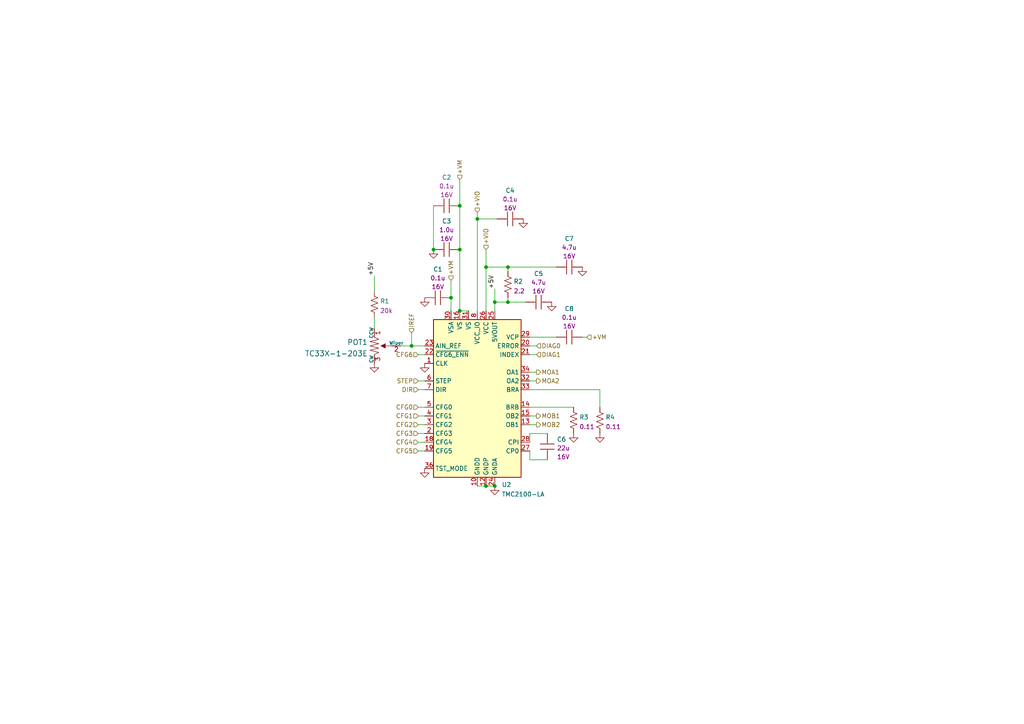
<source format=kicad_sch>
(kicad_sch (version 20211123) (generator eeschema)

  (uuid fa0b1c45-4855-4d89-b307-57acc62c930a)

  (paper "A4")

  (lib_symbols
    (symbol "Driver_Motor:TMC2100-LA" (in_bom yes) (on_board yes)
      (property "Reference" "U" (id 0) (at -11.43 24.13 0)
        (effects (font (size 1.27 1.27)))
      )
      (property "Value" "TMC2100-LA" (id 1) (at 8.89 24.13 0)
        (effects (font (size 1.27 1.27)) (justify left))
      )
      (property "Footprint" "Package_DFN_QFN:QFN-36-1EP_5x6mm_P0.5mm_EP3.6x4.1mm_ThermalVias" (id 2) (at -5.08 -27.94 0)
        (effects (font (size 1.27 1.27)) hide)
      )
      (property "Datasheet" "https://www.trinamic.com/fileadmin/assets/Products/ICs_Documents/TMC2100_datasheet_Rev1.08.pdf" (id 3) (at -29.21 26.67 0)
        (effects (font (size 1.27 1.27)) hide)
      )
      (property "ki_keywords" "Driver stepper motor" (id 4) (at 0 0 0)
        (effects (font (size 1.27 1.27)) hide)
      )
      (property "ki_description" "Standalone driver for two-phase bipolar stepper motor, 2.0A, 4.75-46V, QFN-36" (id 5) (at 0 0 0)
        (effects (font (size 1.27 1.27)) hide)
      )
      (property "ki_fp_filters" "QFN*1EP*5x6mm*P0.5mm*" (id 6) (at 0 0 0)
        (effects (font (size 1.27 1.27)) hide)
      )
      (symbol "TMC2100-LA_0_1"
        (rectangle (start -12.7 22.86) (end 12.7 -22.86)
          (stroke (width 0.254) (type default) (color 0 0 0 0))
          (fill (type background))
        )
      )
      (symbol "TMC2100-LA_1_1"
        (pin input line (at -15.24 10.16 0) (length 2.54)
          (name "CLK" (effects (font (size 1.27 1.27))))
          (number "1" (effects (font (size 1.27 1.27))))
        )
        (pin power_in line (at 0 -25.4 90) (length 2.54)
          (name "GNDD" (effects (font (size 1.27 1.27))))
          (number "10" (effects (font (size 1.27 1.27))))
        )
        (pin passive line (at 0 -25.4 90) (length 2.54) hide
          (name "GNDD" (effects (font (size 1.27 1.27))))
          (number "11" (effects (font (size 1.27 1.27))))
        )
        (pin power_in line (at 2.54 -25.4 90) (length 2.54)
          (name "GNDP" (effects (font (size 1.27 1.27))))
          (number "12" (effects (font (size 1.27 1.27))))
        )
        (pin output line (at 15.24 -7.62 180) (length 2.54)
          (name "OB1" (effects (font (size 1.27 1.27))))
          (number "13" (effects (font (size 1.27 1.27))))
        )
        (pin passive line (at 15.24 -2.54 180) (length 2.54)
          (name "BRB" (effects (font (size 1.27 1.27))))
          (number "14" (effects (font (size 1.27 1.27))))
        )
        (pin output line (at 15.24 -5.08 180) (length 2.54)
          (name "OB2" (effects (font (size 1.27 1.27))))
          (number "15" (effects (font (size 1.27 1.27))))
        )
        (pin power_in line (at -5.08 25.4 270) (length 2.54)
          (name "VS" (effects (font (size 1.27 1.27))))
          (number "16" (effects (font (size 1.27 1.27))))
        )
        (pin no_connect line (at 12.7 10.16 180) (length 2.54) hide
          (name "DNC" (effects (font (size 1.27 1.27))))
          (number "17" (effects (font (size 1.27 1.27))))
        )
        (pin input line (at -15.24 -12.7 0) (length 2.54)
          (name "CFG4" (effects (font (size 1.27 1.27))))
          (number "18" (effects (font (size 1.27 1.27))))
        )
        (pin input line (at -15.24 -15.24 0) (length 2.54)
          (name "CFG5" (effects (font (size 1.27 1.27))))
          (number "19" (effects (font (size 1.27 1.27))))
        )
        (pin input line (at -15.24 -10.16 0) (length 2.54)
          (name "CFG3" (effects (font (size 1.27 1.27))))
          (number "2" (effects (font (size 1.27 1.27))))
        )
        (pin open_collector line (at 15.24 15.24 180) (length 2.54)
          (name "ERROR" (effects (font (size 1.27 1.27))))
          (number "20" (effects (font (size 1.27 1.27))))
        )
        (pin open_collector line (at 15.24 12.7 180) (length 2.54)
          (name "INDEX" (effects (font (size 1.27 1.27))))
          (number "21" (effects (font (size 1.27 1.27))))
        )
        (pin input line (at -15.24 12.7 0) (length 2.54)
          (name "~{CFG6_ENN}" (effects (font (size 1.27 1.27))))
          (number "22" (effects (font (size 1.27 1.27))))
        )
        (pin input line (at -15.24 15.24 0) (length 2.54)
          (name "AIN_REF" (effects (font (size 1.27 1.27))))
          (number "23" (effects (font (size 1.27 1.27))))
        )
        (pin power_in line (at 5.08 -25.4 90) (length 2.54)
          (name "GNDA" (effects (font (size 1.27 1.27))))
          (number "24" (effects (font (size 1.27 1.27))))
        )
        (pin power_out line (at 5.08 25.4 270) (length 2.54)
          (name "5VOUT" (effects (font (size 1.27 1.27))))
          (number "25" (effects (font (size 1.27 1.27))))
        )
        (pin power_in line (at 2.54 25.4 270) (length 2.54)
          (name "VCC" (effects (font (size 1.27 1.27))))
          (number "26" (effects (font (size 1.27 1.27))))
        )
        (pin passive line (at 15.24 -15.24 180) (length 2.54)
          (name "CP0" (effects (font (size 1.27 1.27))))
          (number "27" (effects (font (size 1.27 1.27))))
        )
        (pin passive line (at 15.24 -12.7 180) (length 2.54)
          (name "CPI" (effects (font (size 1.27 1.27))))
          (number "28" (effects (font (size 1.27 1.27))))
        )
        (pin passive line (at 15.24 17.78 180) (length 2.54)
          (name "VCP" (effects (font (size 1.27 1.27))))
          (number "29" (effects (font (size 1.27 1.27))))
        )
        (pin input line (at -15.24 -7.62 0) (length 2.54)
          (name "CFG2" (effects (font (size 1.27 1.27))))
          (number "3" (effects (font (size 1.27 1.27))))
        )
        (pin power_in line (at -7.62 25.4 270) (length 2.54)
          (name "VSA" (effects (font (size 1.27 1.27))))
          (number "30" (effects (font (size 1.27 1.27))))
        )
        (pin power_in line (at -2.54 25.4 270) (length 2.54)
          (name "VS" (effects (font (size 1.27 1.27))))
          (number "31" (effects (font (size 1.27 1.27))))
        )
        (pin output line (at 15.24 5.08 180) (length 2.54)
          (name "OA2" (effects (font (size 1.27 1.27))))
          (number "32" (effects (font (size 1.27 1.27))))
        )
        (pin passive line (at 15.24 2.54 180) (length 2.54)
          (name "BRA" (effects (font (size 1.27 1.27))))
          (number "33" (effects (font (size 1.27 1.27))))
        )
        (pin output line (at 15.24 7.62 180) (length 2.54)
          (name "OA1" (effects (font (size 1.27 1.27))))
          (number "34" (effects (font (size 1.27 1.27))))
        )
        (pin passive line (at 2.54 -25.4 90) (length 2.54) hide
          (name "GNDP" (effects (font (size 1.27 1.27))))
          (number "35" (effects (font (size 1.27 1.27))))
        )
        (pin input line (at -15.24 -20.32 0) (length 2.54)
          (name "TST_MODE" (effects (font (size 1.27 1.27))))
          (number "36" (effects (font (size 1.27 1.27))))
        )
        (pin passive line (at 0 -25.4 90) (length 2.54) hide
          (name "GNDD" (effects (font (size 1.27 1.27))))
          (number "37" (effects (font (size 1.27 1.27))))
        )
        (pin input line (at -15.24 -5.08 0) (length 2.54)
          (name "CFG1" (effects (font (size 1.27 1.27))))
          (number "4" (effects (font (size 1.27 1.27))))
        )
        (pin input line (at -15.24 -2.54 0) (length 2.54)
          (name "CFG0" (effects (font (size 1.27 1.27))))
          (number "5" (effects (font (size 1.27 1.27))))
        )
        (pin input line (at -15.24 5.08 0) (length 2.54)
          (name "STEP" (effects (font (size 1.27 1.27))))
          (number "6" (effects (font (size 1.27 1.27))))
        )
        (pin input line (at -15.24 2.54 0) (length 2.54)
          (name "DIR" (effects (font (size 1.27 1.27))))
          (number "7" (effects (font (size 1.27 1.27))))
        )
        (pin power_in line (at 0 25.4 270) (length 2.54)
          (name "VCC_IO" (effects (font (size 1.27 1.27))))
          (number "8" (effects (font (size 1.27 1.27))))
        )
        (pin no_connect line (at 12.7 0 180) (length 2.54) hide
          (name "DNC" (effects (font (size 1.27 1.27))))
          (number "9" (effects (font (size 1.27 1.27))))
        )
      )
    )
    (symbol "dk_Trimmer-Potentiometers:TC33X-1-203E" (pin_names (offset 0)) (in_bom yes) (on_board yes)
      (property "Reference" "POT" (id 0) (at -5.334 4.318 0)
        (effects (font (size 1.524 1.524)))
      )
      (property "Value" "TC33X-1-203E" (id 1) (at 0.254 -2.794 0)
        (effects (font (size 1.524 1.524)))
      )
      (property "Footprint" "digikey-footprints:Trimpot_3.8mmx3.6mm_TC33X-2-103E" (id 2) (at 5.08 5.08 0)
        (effects (font (size 1.524 1.524)) (justify left) hide)
      )
      (property "Datasheet" "https://www.bourns.com/docs/Product-Datasheets/TC33.pdf" (id 3) (at 5.08 7.62 0)
        (effects (font (size 1.524 1.524)) (justify left) hide)
      )
      (property "Digi-Key_PN" "TC33X-1-203E" (id 4) (at 5.08 10.16 0)
        (effects (font (size 1.524 1.524)) (justify left) hide)
      )
      (property "MPN" "TC33X-1-203E" (id 5) (at 5.08 12.7 0)
        (effects (font (size 1.524 1.524)) (justify left) hide)
      )
      (property "Category" "Potentiometers, Variable Resistors" (id 6) (at 5.08 15.24 0)
        (effects (font (size 1.524 1.524)) (justify left) hide)
      )
      (property "Family" "Trimmer Potentiometers" (id 7) (at 5.08 17.78 0)
        (effects (font (size 1.524 1.524)) (justify left) hide)
      )
      (property "DK_Datasheet_Link" "https://www.bourns.com/docs/Product-Datasheets/TC33.pdf" (id 8) (at 5.08 20.32 0)
        (effects (font (size 1.524 1.524)) (justify left) hide)
      )
      (property "DK_Detail_Page" "/product-detail/en/bourns-inc/TC33X-2-103E/TC33X-103ETR-ND/612858" (id 9) (at 5.08 22.86 0)
        (effects (font (size 1.524 1.524)) (justify left) hide)
      )
      (property "Description" "TRIMMER 10K OHM 0.1W J LEAD TOP" (id 10) (at 5.08 25.4 0)
        (effects (font (size 1.524 1.524)) (justify left) hide)
      )
      (property "Manufacturer" "Bourns Inc." (id 11) (at 5.08 27.94 0)
        (effects (font (size 1.524 1.524)) (justify left) hide)
      )
      (property "Status" "Active" (id 12) (at 5.08 30.48 0)
        (effects (font (size 1.524 1.524)) (justify left) hide)
      )
      (property "ki_description" "TRIMMER 20K OHM 0.1W J LEAD TOP" (id 13) (at 0 0 0)
        (effects (font (size 1.27 1.27)) hide)
      )
      (symbol "TC33X-1-203E_0_1"
        (polyline
          (pts
            (xy 0 5.08)
            (xy 0 3.175)
          )
          (stroke (width 0) (type default) (color 0 0 0 0))
          (fill (type none))
        )
        (polyline
          (pts
            (xy -0.635 3.175)
            (xy 0.635 3.175)
            (xy 0 1.905)
            (xy -0.635 3.175)
          )
          (stroke (width 0) (type default) (color 0 0 0 0))
          (fill (type outline))
        )
        (polyline
          (pts
            (xy -2.54 0)
            (xy -1.905 1.27)
            (xy -1.27 -1.27)
            (xy -0.635 1.27)
            (xy 0 -1.27)
            (xy 0.635 1.27)
            (xy 1.27 -1.27)
            (xy 1.905 1.27)
            (xy 2.54 0)
          )
          (stroke (width 0) (type default) (color 0 0 0 0))
          (fill (type none))
        )
      )
      (symbol "TC33X-1-203E_1_1"
        (pin passive line (at -5.08 0 0) (length 2.54)
          (name "CCW" (effects (font (size 1.016 1.016))))
          (number "1" (effects (font (size 1.27 1.27))))
        )
        (pin passive line (at 0 7.62 270) (length 2.54)
          (name "Wiper" (effects (font (size 1.016 1.016))))
          (number "2" (effects (font (size 1.27 1.27))))
        )
        (pin passive line (at 5.08 0 180) (length 2.54)
          (name "CW" (effects (font (size 1.016 1.016))))
          (number "3" (effects (font (size 1.27 1.27))))
        )
      )
    )
    (symbol "ekd_resistors_smd:CRGCQ0603J2R2" (pin_numbers hide) (pin_names (offset 1.016)) (in_bom yes) (on_board yes)
      (property "Reference" "R" (id 0) (at 0 -0.381 0)
        (effects (font (size 1.27 1.27)))
      )
      (property "Value" "CRGCQ0603J2R2" (id 1) (at 13.208 -6.604 0)
        (effects (font (size 1.27 1.27)) hide)
      )
      (property "Footprint" "Resistor_SMD:R_0603_1608Metric" (id 2) (at 17.272 -4.064 0)
        (effects (font (size 1.27 1.27)) hide)
      )
      (property "Datasheet" "https://www.te.com/commerce/DocumentDelivery/DDEController?Action=srchrtrv&DocNm=1773204-3&DocType=DS&DocLang=English" (id 3) (at 0 0 0)
        (effects (font (size 1.27 1.27)) hide)
      )
      (property "Resistance" "2.2" (id 4) (at 4.064 -11.176 0)
        (effects (font (size 1.27 1.27)))
      )
      (property "Power Rating" "1/10W" (id 5) (at 9.144 -8.89 0)
        (effects (font (size 1.27 1.27)) hide)
      )
      (symbol "CRGCQ0603J2R2_1_1"
        (polyline
          (pts
            (xy 0 -13.716)
            (xy 0 -13.97)
          )
          (stroke (width 0) (type default) (color 0 0 0 0))
          (fill (type none))
        )
        (polyline
          (pts
            (xy 0 -9.144)
            (xy 0 -8.89)
          )
          (stroke (width 0) (type default) (color 0 0 0 0))
          (fill (type none))
        )
        (polyline
          (pts
            (xy 0 -12.192)
            (xy 1.016 -12.573)
            (xy 0 -12.954)
            (xy -1.016 -13.335)
            (xy 0 -13.716)
          )
          (stroke (width 0) (type default) (color 0 0 0 0))
          (fill (type none))
        )
        (polyline
          (pts
            (xy 0 -10.668)
            (xy 1.016 -11.049)
            (xy 0 -11.43)
            (xy -1.016 -11.811)
            (xy 0 -12.192)
          )
          (stroke (width 0) (type default) (color 0 0 0 0))
          (fill (type none))
        )
        (polyline
          (pts
            (xy 0 -9.144)
            (xy 1.016 -9.525)
            (xy 0 -9.906)
            (xy -1.016 -10.287)
            (xy 0 -10.668)
          )
          (stroke (width 0) (type default) (color 0 0 0 0))
          (fill (type none))
        )
        (pin passive line (at 0 -7.62 270) (length 1.27)
          (name "~" (effects (font (size 1.27 1.27))))
          (number "1" (effects (font (size 1.27 1.27))))
        )
        (pin passive line (at 0 -15.24 90) (length 1.27)
          (name "~" (effects (font (size 1.27 1.27))))
          (number "2" (effects (font (size 1.27 1.27))))
        )
      )
    )
    (symbol "ekd_resistors_smd:RL1220S-R11-F" (pin_numbers hide) (pin_names (offset 1.016)) (in_bom yes) (on_board yes)
      (property "Reference" "R" (id 0) (at 0 -0.381 0)
        (effects (font (size 1.27 1.27)))
      )
      (property "Value" "RL1220S-R11-F" (id 1) (at 13.208 -6.604 0)
        (effects (font (size 1.27 1.27)) hide)
      )
      (property "Footprint" "ekd_resistors_smd:0402" (id 2) (at 17.272 -4.064 0)
        (effects (font (size 1.27 1.27)) hide)
      )
      (property "Datasheet" "https://www.susumu.co.jp/common/pdf/n_catalog_partition08_en.pdf" (id 3) (at 0 0 0)
        (effects (font (size 1.27 1.27)) hide)
      )
      (property "Resistance" "0.11" (id 4) (at 4.064 -11.176 0)
        (effects (font (size 1.27 1.27)))
      )
      (property "Power Rating" "1/3W" (id 5) (at 9.144 -8.89 0)
        (effects (font (size 1.27 1.27)) hide)
      )
      (symbol "RL1220S-R11-F_1_1"
        (polyline
          (pts
            (xy 0 -13.716)
            (xy 0 -13.97)
          )
          (stroke (width 0) (type default) (color 0 0 0 0))
          (fill (type none))
        )
        (polyline
          (pts
            (xy 0 -9.144)
            (xy 0 -8.89)
          )
          (stroke (width 0) (type default) (color 0 0 0 0))
          (fill (type none))
        )
        (polyline
          (pts
            (xy 0 -12.192)
            (xy 1.016 -12.573)
            (xy 0 -12.954)
            (xy -1.016 -13.335)
            (xy 0 -13.716)
          )
          (stroke (width 0) (type default) (color 0 0 0 0))
          (fill (type none))
        )
        (polyline
          (pts
            (xy 0 -10.668)
            (xy 1.016 -11.049)
            (xy 0 -11.43)
            (xy -1.016 -11.811)
            (xy 0 -12.192)
          )
          (stroke (width 0) (type default) (color 0 0 0 0))
          (fill (type none))
        )
        (polyline
          (pts
            (xy 0 -9.144)
            (xy 1.016 -9.525)
            (xy 0 -9.906)
            (xy -1.016 -10.287)
            (xy 0 -10.668)
          )
          (stroke (width 0) (type default) (color 0 0 0 0))
          (fill (type none))
        )
        (pin passive line (at 0 -7.62 270) (length 1.27)
          (name "~" (effects (font (size 1.27 1.27))))
          (number "1" (effects (font (size 1.27 1.27))))
        )
        (pin passive line (at 0 -15.24 90) (length 1.27)
          (name "~" (effects (font (size 1.27 1.27))))
          (number "2" (effects (font (size 1.27 1.27))))
        )
      )
    )
    (symbol "mw_ceramic_caps:CL05A105MO5NNNC" (pin_numbers hide) (pin_names (offset 0.254)) (in_bom yes) (on_board yes)
      (property "Reference" "C" (id 0) (at 3.81 3.81 0)
        (effects (font (size 1.27 1.27)) (justify left))
      )
      (property "Value" "CL05A105MO5NNNC" (id 1) (at 3.81 -12.7 0)
        (effects (font (size 1.27 1.27)) (justify left) hide)
      )
      (property "Footprint" "Capacitor_SMD:C_0402_1005Metric" (id 2) (at 3.81 -15.24 0)
        (effects (font (size 1.27 1.27)) (justify left) hide)
      )
      (property "Datasheet" "~" (id 3) (at 0.635 2.54 0)
        (effects (font (size 1.27 1.27)) hide)
      )
      (property "Part Number" "CL05A105MO5NNNC" (id 4) (at 3.81 -17.78 0)
        (effects (font (size 1.27 1.27)) (justify left) hide)
      )
      (property "Capacitance" "1.0u" (id 5) (at 3.81 1.27 0)
        (effects (font (size 1.27 1.27)) (justify left))
      )
      (property "Digikey Part Number" "1276-1447-1-ND" (id 6) (at 3.81 -20.32 0)
        (effects (font (size 1.27 1.27)) (justify left) hide)
      )
      (property "Class" "X5R" (id 7) (at 3.81 -10.16 0)
        (effects (font (size 1.27 1.27)) (justify left) hide)
      )
      (property "Size" "0402" (id 8) (at 3.81 -3.81 0)
        (effects (font (size 1.27 1.27)) (justify left) hide)
      )
      (property "Voltage Rating" "16V" (id 9) (at 3.81 -1.27 0)
        (effects (font (size 1.27 1.27)) (justify left))
      )
      (property "Manufacturer" "Samsung" (id 10) (at 3.81 -22.86 0)
        (effects (font (size 1.27 1.27)) (justify left) hide)
      )
      (property "Cost" "$0.0313 CAD @ 100" (id 11) (at 13.97 -25.4 0)
        (effects (font (size 1.27 1.27)) hide)
      )
      (property "ki_keywords" "cap capacitor ceramic" (id 12) (at 0 0 0)
        (effects (font (size 1.27 1.27)) hide)
      )
      (property "ki_description" "cap 1.0u 16V 0402 ceramic X5R" (id 13) (at 0 0 0)
        (effects (font (size 1.27 1.27)) hide)
      )
      (property "ki_fp_filters" "C_*" (id 14) (at 0 0 0)
        (effects (font (size 1.27 1.27)) hide)
      )
      (symbol "CL05A105MO5NNNC_0_1"
        (polyline
          (pts
            (xy -2.032 -0.762)
            (xy 2.032 -0.762)
          )
          (stroke (width 0.2032) (type default) (color 0 0 0 0))
          (fill (type none))
        )
        (polyline
          (pts
            (xy -2.032 0.762)
            (xy 2.032 0.762)
          )
          (stroke (width 0.2032) (type default) (color 0 0 0 0))
          (fill (type none))
        )
      )
      (symbol "CL05A105MO5NNNC_1_1"
        (pin passive line (at 0 3.81 270) (length 2.794)
          (name "~" (effects (font (size 1.27 1.27))))
          (number "1" (effects (font (size 1.27 1.27))))
        )
        (pin passive line (at 0 -3.81 90) (length 2.794)
          (name "~" (effects (font (size 1.27 1.27))))
          (number "2" (effects (font (size 1.27 1.27))))
        )
      )
    )
    (symbol "mw_ceramic_caps:CL21A226MOCLRNC" (pin_numbers hide) (pin_names (offset 0.254)) (in_bom yes) (on_board yes)
      (property "Reference" "C" (id 0) (at 3.81 1.27 0)
        (effects (font (size 1.27 1.27)) (justify left))
      )
      (property "Value" "CL21A226MOCLRNC" (id 1) (at 3.81 -15.24 0)
        (effects (font (size 1.27 1.27)) (justify left) hide)
      )
      (property "Footprint" "Capacitor_SMD:C_0805_2012Metric" (id 2) (at 3.81 -17.78 0)
        (effects (font (size 1.27 1.27)) (justify left) hide)
      )
      (property "Datasheet" "http://www.samsungsem.com/kr/support/product-search/mlcc/CL21A226MOCLRNC.jsp" (id 3) (at 0.635 2.54 0)
        (effects (font (size 1.27 1.27)) hide)
      )
      (property "Part Number" "CL21A226MOCLRNC" (id 4) (at 12.7 -10.16 0)
        (effects (font (size 1.27 1.27)) hide)
      )
      (property "Digikey Part Number" "1276-6780-1-ND" (id 5) (at 3.81 -20.32 0)
        (effects (font (size 1.27 1.27)) (justify left) hide)
      )
      (property "Manufacturer" "Samsung" (id 6) (at 3.81 -22.86 0)
        (effects (font (size 1.27 1.27)) (justify left) hide)
      )
      (property "Capacitance" "22u" (id 7) (at 3.81 -1.27 0)
        (effects (font (size 1.27 1.27)) (justify left))
      )
      (property "Class" "X5R" (id 8) (at 3.81 -12.7 0)
        (effects (font (size 1.27 1.27)) (justify left) hide)
      )
      (property "Size" "0805" (id 9) (at 3.81 -5.588 0)
        (effects (font (size 1.27 1.27)) (justify left) hide)
      )
      (property "Voltage Rating" "16V" (id 10) (at 3.81 -3.556 0)
        (effects (font (size 1.27 1.27)) (justify left))
      )
      (property "Cost" "$0.303 CAD @ 10" (id 11) (at 12.7 -25.4 0)
        (effects (font (size 1.27 1.27)) hide)
      )
      (property "ki_keywords" "cap capacitor ceramic" (id 12) (at 0 0 0)
        (effects (font (size 1.27 1.27)) hide)
      )
      (property "ki_description" "cap 22u 16V 0805 ceramic X5R" (id 13) (at 0 0 0)
        (effects (font (size 1.27 1.27)) hide)
      )
      (property "ki_fp_filters" "C_*" (id 14) (at 0 0 0)
        (effects (font (size 1.27 1.27)) hide)
      )
      (symbol "CL21A226MOCLRNC_0_1"
        (polyline
          (pts
            (xy -2.032 -0.762)
            (xy 2.032 -0.762)
          )
          (stroke (width 0.2032) (type default) (color 0 0 0 0))
          (fill (type none))
        )
        (polyline
          (pts
            (xy -2.032 0.762)
            (xy 2.032 0.762)
          )
          (stroke (width 0.2032) (type default) (color 0 0 0 0))
          (fill (type none))
        )
      )
      (symbol "CL21A226MOCLRNC_1_1"
        (pin passive line (at 0 3.81 270) (length 2.794)
          (name "~" (effects (font (size 1.27 1.27))))
          (number "1" (effects (font (size 1.27 1.27))))
        )
        (pin passive line (at 0 -3.81 90) (length 2.794)
          (name "~" (effects (font (size 1.27 1.27))))
          (number "2" (effects (font (size 1.27 1.27))))
        )
      )
    )
    (symbol "mw_ceramic_caps:CL21B475KOFNFNE" (pin_numbers hide) (pin_names (offset 0.254)) (in_bom yes) (on_board yes)
      (property "Reference" "C" (id 0) (at 3.81 3.81 0)
        (effects (font (size 1.27 1.27)) (justify left))
      )
      (property "Value" "CL21B475KOFNFNE" (id 1) (at 3.81 -12.7 0)
        (effects (font (size 1.27 1.27)) (justify left) hide)
      )
      (property "Footprint" "Capacitor_SMD:C_0805_2012Metric" (id 2) (at 3.81 -15.24 0)
        (effects (font (size 1.27 1.27)) (justify left) hide)
      )
      (property "Datasheet" "~" (id 3) (at 0.635 2.54 0)
        (effects (font (size 1.27 1.27)) hide)
      )
      (property "Digikey Part Number" "1276-2970-1-ND" (id 4) (at 3.81 -17.78 0)
        (effects (font (size 1.27 1.27)) (justify left) hide)
      )
      (property "Manufacturer" "Samsung" (id 5) (at 3.81 -20.32 0)
        (effects (font (size 1.27 1.27)) (justify left) hide)
      )
      (property "Capacitance" "4.7u" (id 6) (at 3.81 1.27 0)
        (effects (font (size 1.27 1.27)) (justify left))
      )
      (property "Class" "X7R" (id 7) (at 3.81 -10.16 0)
        (effects (font (size 1.27 1.27)) (justify left) hide)
      )
      (property "Size" "0805" (id 8) (at 3.81 -3.81 0)
        (effects (font (size 1.27 1.27)) (justify left) hide)
      )
      (property "Voltage Rating" "16V" (id 9) (at 3.81 -1.27 0)
        (effects (font (size 1.27 1.27)) (justify left))
      )
      (property "Tolerance" "10%" (id 10) (at 3.81 -7.62 0)
        (effects (font (size 1.27 1.27)) (justify left) hide)
      )
      (property "Part Number" "CL21B475KOFNFNE" (id 11) (at 3.81 -22.86 0)
        (effects (font (size 1.27 1.27)) (justify left) hide)
      )
      (property "ki_keywords" "cap capacitor ceramic" (id 12) (at 0 0 0)
        (effects (font (size 1.27 1.27)) hide)
      )
      (property "ki_description" "cap 4.7u 16V 0805 ceramic X7R" (id 13) (at 0 0 0)
        (effects (font (size 1.27 1.27)) hide)
      )
      (property "ki_fp_filters" "C_*" (id 14) (at 0 0 0)
        (effects (font (size 1.27 1.27)) hide)
      )
      (symbol "CL21B475KOFNFNE_0_1"
        (polyline
          (pts
            (xy -2.032 -0.762)
            (xy 2.032 -0.762)
          )
          (stroke (width 0.2032) (type default) (color 0 0 0 0))
          (fill (type none))
        )
        (polyline
          (pts
            (xy -2.032 0.762)
            (xy 2.032 0.762)
          )
          (stroke (width 0.2032) (type default) (color 0 0 0 0))
          (fill (type none))
        )
      )
      (symbol "CL21B475KOFNFNE_1_1"
        (pin passive line (at 0 3.81 270) (length 2.794)
          (name "~" (effects (font (size 1.27 1.27))))
          (number "1" (effects (font (size 1.27 1.27))))
        )
        (pin passive line (at 0 -3.81 90) (length 2.794)
          (name "~" (effects (font (size 1.27 1.27))))
          (number "2" (effects (font (size 1.27 1.27))))
        )
      )
    )
    (symbol "mw_ceramic_caps:GCM155R71C104KA55D" (pin_numbers hide) (pin_names (offset 0.254)) (in_bom yes) (on_board yes)
      (property "Reference" "C" (id 0) (at 3.81 3.81 0)
        (effects (font (size 1.27 1.27)) (justify left))
      )
      (property "Value" "GCM155R71C104KA55D" (id 1) (at 3.81 -12.7 0)
        (effects (font (size 1.27 1.27)) (justify left) hide)
      )
      (property "Footprint" "Capacitor_SMD:C_0402_1005Metric" (id 2) (at 3.81 -15.24 0)
        (effects (font (size 1.27 1.27)) (justify left) hide)
      )
      (property "Datasheet" "~" (id 3) (at 0.635 2.54 0)
        (effects (font (size 1.27 1.27)) hide)
      )
      (property "Part Number" "GCM155R71C104KA55D" (id 4) (at 3.81 -17.78 0)
        (effects (font (size 1.27 1.27)) (justify left) hide)
      )
      (property "Digikey Part Number" "490-4759-1-ND" (id 5) (at 3.81 -20.32 0)
        (effects (font (size 1.27 1.27)) (justify left) hide)
      )
      (property "Manufacturer" "Murata" (id 6) (at 3.81 -22.86 0)
        (effects (font (size 1.27 1.27)) (justify left) hide)
      )
      (property "Capacitance" "0.1u" (id 7) (at 3.81 1.27 0)
        (effects (font (size 1.27 1.27)) (justify left))
      )
      (property "Class" "X7R" (id 8) (at 3.81 -10.16 0)
        (effects (font (size 1.27 1.27)) (justify left) hide)
      )
      (property "Size" "0402" (id 9) (at 3.81 -7.62 0)
        (effects (font (size 1.27 1.27)) (justify left) hide)
      )
      (property "Voltage Rating" "16V" (id 10) (at 3.81 -1.27 0)
        (effects (font (size 1.27 1.27)) (justify left))
      )
      (property "ki_keywords" "cap capacitor ceramic" (id 11) (at 0 0 0)
        (effects (font (size 1.27 1.27)) hide)
      )
      (property "ki_description" "cap 0.1u 16V 0402 ceramic X7R" (id 12) (at 0 0 0)
        (effects (font (size 1.27 1.27)) hide)
      )
      (property "ki_fp_filters" "C_*" (id 13) (at 0 0 0)
        (effects (font (size 1.27 1.27)) hide)
      )
      (symbol "GCM155R71C104KA55D_0_1"
        (polyline
          (pts
            (xy -2.032 -0.762)
            (xy 2.032 -0.762)
          )
          (stroke (width 0.2032) (type default) (color 0 0 0 0))
          (fill (type none))
        )
        (polyline
          (pts
            (xy -2.032 0.762)
            (xy 2.032 0.762)
          )
          (stroke (width 0.2032) (type default) (color 0 0 0 0))
          (fill (type none))
        )
      )
      (symbol "GCM155R71C104KA55D_1_1"
        (pin passive line (at 0 3.81 270) (length 2.794)
          (name "~" (effects (font (size 1.27 1.27))))
          (number "1" (effects (font (size 1.27 1.27))))
        )
        (pin passive line (at 0 -3.81 90) (length 2.794)
          (name "~" (effects (font (size 1.27 1.27))))
          (number "2" (effects (font (size 1.27 1.27))))
        )
      )
    )
    (symbol "mw_resistors_smd:RC0402FR-0720KL" (pin_numbers hide) (pin_names (offset 0)) (in_bom yes) (on_board yes)
      (property "Reference" "R" (id 0) (at 3.81 1.27 0)
        (effects (font (size 1.27 1.27)))
      )
      (property "Value" "RC0402FR-0720KL" (id 1) (at 2.54 6.35 0)
        (effects (font (size 1.27 1.27)) (justify left) hide)
      )
      (property "Footprint" "Resistor_SMD:R_0402_1005Metric" (id 2) (at 2.54 3.81 0)
        (effects (font (size 1.27 1.27)) (justify left) hide)
      )
      (property "Datasheet" "http://www.yageo.com/documents/recent/PYu-RC_Group_51_RoHS_L_10.pdf" (id 3) (at 2.54 -1.27 90)
        (effects (font (size 1.27 1.27)) (justify left) hide)
      )
      (property "Digikey Part Number" "311-20.0KLRCT-ND" (id 4) (at 2.54 -11.43 0)
        (effects (font (size 1.27 1.27)) (justify left) hide)
      )
      (property "Manufacturer" "Yageo" (id 5) (at 24.13 21.59 0)
        (effects (font (size 1.27 1.27)) hide)
      )
      (property "Part Number" "RC0402FR-0720KL" (id 6) (at 2.54 -8.89 0)
        (effects (font (size 1.27 1.27)) (justify left) hide)
      )
      (property "Tolerance" "1%" (id 7) (at 2.54 -3.81 0)
        (effects (font (size 1.27 1.27)) (justify left) hide)
      )
      (property "Power" "1/16W" (id 8) (at 2.54 -6.35 0)
        (effects (font (size 1.27 1.27)) (justify left) hide)
      )
      (property "Composition" "Thick Film" (id 9) (at 2.54 -16.51 0)
        (effects (font (size 1.27 1.27)) (justify left) hide)
      )
      (property "Temperature Coefficent" "100ppm/degC" (id 10) (at 2.54 -13.97 0)
        (effects (font (size 1.27 1.27)) (justify left) hide)
      )
      (property "Resistance" "20k" (id 11) (at 2.54 -1.27 0)
        (effects (font (size 1.27 1.27)) (justify left))
      )
      (property "ki_keywords" "R res resistor" (id 12) (at 0 0 0)
        (effects (font (size 1.27 1.27)) hide)
      )
      (property "ki_description" "Res 20k 0402 1% 1/16W Yageo" (id 13) (at 0 0 0)
        (effects (font (size 1.27 1.27)) hide)
      )
      (property "ki_fp_filters" "R_*" (id 14) (at 0 0 0)
        (effects (font (size 1.27 1.27)) hide)
      )
      (symbol "RC0402FR-0720KL_0_1"
        (polyline
          (pts
            (xy 0 -2.286)
            (xy 0 -2.54)
          )
          (stroke (width 0) (type default) (color 0 0 0 0))
          (fill (type none))
        )
        (polyline
          (pts
            (xy 0 2.286)
            (xy 0 2.54)
          )
          (stroke (width 0) (type default) (color 0 0 0 0))
          (fill (type none))
        )
        (polyline
          (pts
            (xy 0 -0.762)
            (xy 1.016 -1.143)
            (xy 0 -1.524)
            (xy -1.016 -1.905)
            (xy 0 -2.286)
          )
          (stroke (width 0) (type default) (color 0 0 0 0))
          (fill (type none))
        )
        (polyline
          (pts
            (xy 0 0.762)
            (xy 1.016 0.381)
            (xy 0 0)
            (xy -1.016 -0.381)
            (xy 0 -0.762)
          )
          (stroke (width 0) (type default) (color 0 0 0 0))
          (fill (type none))
        )
        (polyline
          (pts
            (xy 0 2.286)
            (xy 1.016 1.905)
            (xy 0 1.524)
            (xy -1.016 1.143)
            (xy 0 0.762)
          )
          (stroke (width 0) (type default) (color 0 0 0 0))
          (fill (type none))
        )
      )
      (symbol "RC0402FR-0720KL_1_1"
        (pin passive line (at 0 3.81 270) (length 1.27)
          (name "~" (effects (font (size 1.27 1.27))))
          (number "1" (effects (font (size 1.27 1.27))))
        )
        (pin passive line (at 0 -3.81 90) (length 1.27)
          (name "~" (effects (font (size 1.27 1.27))))
          (number "2" (effects (font (size 1.27 1.27))))
        )
      )
    )
    (symbol "power:GND" (power) (pin_names (offset 0)) (in_bom yes) (on_board yes)
      (property "Reference" "#PWR" (id 0) (at 0 -6.35 0)
        (effects (font (size 1.27 1.27)) hide)
      )
      (property "Value" "GND" (id 1) (at 0 -3.81 0)
        (effects (font (size 1.27 1.27)))
      )
      (property "Footprint" "" (id 2) (at 0 0 0)
        (effects (font (size 1.27 1.27)) hide)
      )
      (property "Datasheet" "" (id 3) (at 0 0 0)
        (effects (font (size 1.27 1.27)) hide)
      )
      (property "ki_keywords" "power-flag" (id 4) (at 0 0 0)
        (effects (font (size 1.27 1.27)) hide)
      )
      (property "ki_description" "Power symbol creates a global label with name \"GND\" , ground" (id 5) (at 0 0 0)
        (effects (font (size 1.27 1.27)) hide)
      )
      (symbol "GND_0_1"
        (polyline
          (pts
            (xy 0 0)
            (xy 0 -1.27)
            (xy 1.27 -1.27)
            (xy 0 -2.54)
            (xy -1.27 -1.27)
            (xy 0 -1.27)
          )
          (stroke (width 0) (type default) (color 0 0 0 0))
          (fill (type none))
        )
      )
      (symbol "GND_1_1"
        (pin power_in line (at 0 0 270) (length 0) hide
          (name "GND" (effects (font (size 1.27 1.27))))
          (number "1" (effects (font (size 1.27 1.27))))
        )
      )
    )
  )

  (junction (at 133.35 90.17) (diameter 0) (color 0 0 0 0)
    (uuid 0ce08c3e-2006-4485-a75c-552178c0dcf0)
  )
  (junction (at 138.43 63.5) (diameter 0) (color 0 0 0 0)
    (uuid 0dd2e962-1ffa-4b6a-8e54-b5cd9cb71705)
  )
  (junction (at 125.73 72.39) (diameter 0) (color 0 0 0 0)
    (uuid 27c299f6-c098-4f98-b38b-fe19ab4f4047)
  )
  (junction (at 143.51 87.63) (diameter 0) (color 0 0 0 0)
    (uuid 3b901f46-8f64-4c58-b8b8-f3e080870c0f)
  )
  (junction (at 119.38 100.33) (diameter 0) (color 0 0 0 0)
    (uuid 9138ddad-f0e7-4ce5-a4f7-5af2653f0c57)
  )
  (junction (at 147.32 77.47) (diameter 0) (color 0 0 0 0)
    (uuid ac59a926-397f-45cb-97ab-81a4221aa01a)
  )
  (junction (at 147.32 87.63) (diameter 0) (color 0 0 0 0)
    (uuid af8ff91a-f1f5-4417-a0af-d56b458a5ba7)
  )
  (junction (at 133.35 59.69) (diameter 0) (color 0 0 0 0)
    (uuid b807a8a8-c767-4715-a73c-3a1313a69737)
  )
  (junction (at 133.35 72.39) (diameter 0) (color 0 0 0 0)
    (uuid c146e55d-8f77-42c5-b4de-e9d9e08b1f5d)
  )
  (junction (at 130.81 86.36) (diameter 0) (color 0 0 0 0)
    (uuid cacb8dda-b42b-46fd-8540-493527678d6b)
  )
  (junction (at 143.51 140.97) (diameter 0) (color 0 0 0 0)
    (uuid d62548f1-dfe8-4015-b9c8-7a22ff522a3b)
  )
  (junction (at 140.97 140.97) (diameter 0) (color 0 0 0 0)
    (uuid dd30632f-b4b3-4c6f-bee8-82ea86a7ed16)
  )
  (junction (at 140.97 77.47) (diameter 0) (color 0 0 0 0)
    (uuid f992feca-faf5-4b3b-a78b-3a2bcb0fa1c8)
  )

  (wire (pts (xy 140.97 77.47) (xy 147.32 77.47))
    (stroke (width 0) (type default) (color 0 0 0 0))
    (uuid 0193fe51-e6ea-42c3-9bac-5a69dcd2a0dd)
  )
  (wire (pts (xy 153.67 118.11) (xy 166.37 118.11))
    (stroke (width 0) (type default) (color 0 0 0 0))
    (uuid 078b3533-c4a8-4500-9b42-b4400fd01c36)
  )
  (wire (pts (xy 140.97 77.47) (xy 140.97 90.17))
    (stroke (width 0) (type default) (color 0 0 0 0))
    (uuid 09d7ec62-7084-4c18-8ce9-0364f42c24b2)
  )
  (wire (pts (xy 119.38 100.33) (xy 123.19 100.33))
    (stroke (width 0) (type default) (color 0 0 0 0))
    (uuid 12afc31b-f2c4-4701-b355-9ec0bc86b43d)
  )
  (wire (pts (xy 140.97 72.39) (xy 140.97 77.47))
    (stroke (width 0) (type default) (color 0 0 0 0))
    (uuid 1acd4637-aa93-4c1b-81a4-ccf52ed8faf1)
  )
  (wire (pts (xy 153.67 102.87) (xy 155.575 102.87))
    (stroke (width 0) (type default) (color 0 0 0 0))
    (uuid 1cd0bb28-a1d2-460c-8c11-513371a0bf67)
  )
  (wire (pts (xy 108.585 80.01) (xy 108.585 84.455))
    (stroke (width 0) (type default) (color 0 0 0 0))
    (uuid 1de07afb-e0cc-4612-bdec-194481b0777d)
  )
  (wire (pts (xy 133.35 52.07) (xy 133.35 59.69))
    (stroke (width 0) (type default) (color 0 0 0 0))
    (uuid 224d3445-a4bd-47a6-be4e-fa578e0d8fa2)
  )
  (wire (pts (xy 153.67 128.27) (xy 153.67 125.73))
    (stroke (width 0) (type default) (color 0 0 0 0))
    (uuid 24f95e82-6e57-4a76-bea3-8136fb177d32)
  )
  (wire (pts (xy 138.43 61.595) (xy 138.43 63.5))
    (stroke (width 0) (type default) (color 0 0 0 0))
    (uuid 26476e61-3655-43d2-a3eb-0b2a47372fcb)
  )
  (wire (pts (xy 153.67 107.95) (xy 155.575 107.95))
    (stroke (width 0) (type default) (color 0 0 0 0))
    (uuid 2be7dcf9-29bf-407b-9a5d-e11a2f8bf2c7)
  )
  (wire (pts (xy 125.73 59.69) (xy 125.73 72.39))
    (stroke (width 0) (type default) (color 0 0 0 0))
    (uuid 3b23ad15-43f4-4f03-b1a7-fa1547ab390c)
  )
  (wire (pts (xy 153.67 125.73) (xy 158.75 125.73))
    (stroke (width 0) (type default) (color 0 0 0 0))
    (uuid 457bff81-93d2-4506-8fb5-602961926d99)
  )
  (wire (pts (xy 153.67 123.19) (xy 155.575 123.19))
    (stroke (width 0) (type default) (color 0 0 0 0))
    (uuid 5d341691-85be-4968-a747-4612bfed67a2)
  )
  (wire (pts (xy 153.67 120.65) (xy 155.575 120.65))
    (stroke (width 0) (type default) (color 0 0 0 0))
    (uuid 5f71bc69-d3f3-48ca-b359-674d163e9df0)
  )
  (wire (pts (xy 119.38 96.52) (xy 119.38 100.33))
    (stroke (width 0) (type default) (color 0 0 0 0))
    (uuid 601c42be-bc76-41d8-afc9-7f735055a07f)
  )
  (wire (pts (xy 121.285 110.49) (xy 123.19 110.49))
    (stroke (width 0) (type default) (color 0 0 0 0))
    (uuid 6881d776-17a8-401e-ae46-e13a52607b0b)
  )
  (wire (pts (xy 121.285 120.65) (xy 123.19 120.65))
    (stroke (width 0) (type default) (color 0 0 0 0))
    (uuid 6a8abc30-027e-4a5f-9e35-39766f487034)
  )
  (wire (pts (xy 170.18 97.79) (xy 168.91 97.79))
    (stroke (width 0) (type default) (color 0 0 0 0))
    (uuid 6de7338e-559b-4b78-86d2-6dcd8bb50e5c)
  )
  (wire (pts (xy 121.285 125.73) (xy 123.19 125.73))
    (stroke (width 0) (type default) (color 0 0 0 0))
    (uuid 70254d73-88b7-4088-aed1-2ddb8a8407fe)
  )
  (wire (pts (xy 138.43 63.5) (xy 138.43 90.17))
    (stroke (width 0) (type default) (color 0 0 0 0))
    (uuid 733f7f62-62b2-4a81-94b5-f091014c8711)
  )
  (wire (pts (xy 143.51 87.63) (xy 143.51 90.17))
    (stroke (width 0) (type default) (color 0 0 0 0))
    (uuid 74ecdce8-37a6-4eac-8b17-53a4f926a5a6)
  )
  (wire (pts (xy 130.81 86.36) (xy 130.81 90.17))
    (stroke (width 0) (type default) (color 0 0 0 0))
    (uuid 76ec87bb-1492-42ee-a709-35f63cfb2ca6)
  )
  (wire (pts (xy 116.205 100.33) (xy 119.38 100.33))
    (stroke (width 0) (type default) (color 0 0 0 0))
    (uuid 786d6eb3-4f2a-4188-b23b-ff1db6b8e53d)
  )
  (wire (pts (xy 121.285 113.03) (xy 123.19 113.03))
    (stroke (width 0) (type default) (color 0 0 0 0))
    (uuid 78baafa9-c2ae-48ef-9405-c228fa25b34d)
  )
  (wire (pts (xy 138.43 140.97) (xy 140.97 140.97))
    (stroke (width 0) (type default) (color 0 0 0 0))
    (uuid 7a67173d-b55e-4dcd-8f63-9ef19e45dcc0)
  )
  (wire (pts (xy 133.35 72.39) (xy 133.35 90.17))
    (stroke (width 0) (type default) (color 0 0 0 0))
    (uuid 7c4ac214-efcb-46c0-aff8-87f957b42ab7)
  )
  (wire (pts (xy 121.285 123.19) (xy 123.19 123.19))
    (stroke (width 0) (type default) (color 0 0 0 0))
    (uuid 7e792128-8a33-4354-a62c-391a50ffcc18)
  )
  (wire (pts (xy 153.67 133.35) (xy 158.75 133.35))
    (stroke (width 0) (type default) (color 0 0 0 0))
    (uuid 7ef223ac-f794-4f1d-bc1a-69e27543e9c7)
  )
  (wire (pts (xy 147.32 87.63) (xy 152.4 87.63))
    (stroke (width 0) (type default) (color 0 0 0 0))
    (uuid 888fbcbe-101e-49a7-8826-44cc6b0705d2)
  )
  (wire (pts (xy 133.35 59.69) (xy 133.35 72.39))
    (stroke (width 0) (type default) (color 0 0 0 0))
    (uuid 898a7019-26de-4091-b000-bb10cebd7bd9)
  )
  (wire (pts (xy 153.67 130.81) (xy 153.67 133.35))
    (stroke (width 0) (type default) (color 0 0 0 0))
    (uuid 8d4bb654-0b8d-4752-97b2-3fd05ef6d687)
  )
  (wire (pts (xy 108.585 92.075) (xy 108.585 95.25))
    (stroke (width 0) (type default) (color 0 0 0 0))
    (uuid 8d6f3649-4c1b-4fd4-91ee-571bcd659deb)
  )
  (wire (pts (xy 147.32 77.47) (xy 147.32 78.74))
    (stroke (width 0) (type default) (color 0 0 0 0))
    (uuid 9969ad52-361e-465d-99d3-9792a494088a)
  )
  (wire (pts (xy 153.67 97.79) (xy 161.29 97.79))
    (stroke (width 0) (type default) (color 0 0 0 0))
    (uuid 9b3debd6-75b6-4a8d-8d5a-c1b3c0b21480)
  )
  (wire (pts (xy 153.67 113.03) (xy 173.99 113.03))
    (stroke (width 0) (type default) (color 0 0 0 0))
    (uuid 9fca72b1-7b48-4f6b-a839-5e32cc617dbb)
  )
  (wire (pts (xy 121.285 128.27) (xy 123.19 128.27))
    (stroke (width 0) (type default) (color 0 0 0 0))
    (uuid a13cee90-7eae-4854-b81d-1c424a963fbd)
  )
  (wire (pts (xy 138.43 63.5) (xy 144.145 63.5))
    (stroke (width 0) (type default) (color 0 0 0 0))
    (uuid a20850a1-7491-410d-ad13-5a00d4bf6690)
  )
  (wire (pts (xy 147.32 86.36) (xy 147.32 87.63))
    (stroke (width 0) (type default) (color 0 0 0 0))
    (uuid a80c9144-9e97-43ec-bb80-30c3eb7555cc)
  )
  (wire (pts (xy 130.81 81.28) (xy 130.81 86.36))
    (stroke (width 0) (type default) (color 0 0 0 0))
    (uuid aa75dd9d-dac5-4ea2-8877-b2b3905c5d83)
  )
  (wire (pts (xy 173.99 113.03) (xy 173.99 118.11))
    (stroke (width 0) (type default) (color 0 0 0 0))
    (uuid acc7e79c-57e9-45ac-905f-1d69347873f4)
  )
  (wire (pts (xy 153.67 100.33) (xy 155.575 100.33))
    (stroke (width 0) (type default) (color 0 0 0 0))
    (uuid b4edaeeb-0e47-4940-9750-1f2d1bad48f2)
  )
  (wire (pts (xy 143.51 83.82) (xy 143.51 87.63))
    (stroke (width 0) (type default) (color 0 0 0 0))
    (uuid b817aed8-708d-4cb1-839d-4084448fa9be)
  )
  (wire (pts (xy 153.67 110.49) (xy 155.575 110.49))
    (stroke (width 0) (type default) (color 0 0 0 0))
    (uuid c61d88dc-a9db-4c5f-8fa0-e539b5834175)
  )
  (wire (pts (xy 121.285 102.87) (xy 123.19 102.87))
    (stroke (width 0) (type default) (color 0 0 0 0))
    (uuid c646b0cb-0f41-4b5f-81b2-028cf23c8226)
  )
  (wire (pts (xy 143.51 87.63) (xy 147.32 87.63))
    (stroke (width 0) (type default) (color 0 0 0 0))
    (uuid d85a9c34-5ec6-49b7-8711-7895a7f67990)
  )
  (wire (pts (xy 121.285 118.11) (xy 123.19 118.11))
    (stroke (width 0) (type default) (color 0 0 0 0))
    (uuid df0478b9-213b-4d8f-9b77-9fa7b44b0a08)
  )
  (wire (pts (xy 147.32 77.47) (xy 161.29 77.47))
    (stroke (width 0) (type default) (color 0 0 0 0))
    (uuid e3073a7a-a69f-4544-b1c0-a6f9dd8c7542)
  )
  (wire (pts (xy 140.97 140.97) (xy 143.51 140.97))
    (stroke (width 0) (type default) (color 0 0 0 0))
    (uuid e535cf5c-66a7-418b-9eb9-cd07750b4ecc)
  )
  (wire (pts (xy 121.285 130.81) (xy 123.19 130.81))
    (stroke (width 0) (type default) (color 0 0 0 0))
    (uuid e5ef7532-89ce-4b89-96de-ad089ace2e1b)
  )
  (wire (pts (xy 133.35 90.17) (xy 135.89 90.17))
    (stroke (width 0) (type default) (color 0 0 0 0))
    (uuid fdf4853d-6cfe-41ed-bb57-0dcd82617173)
  )

  (label "+5V" (at 108.585 80.01 90)
    (effects (font (size 1.27 1.27)) (justify left bottom))
    (uuid 87517861-3944-4ef6-8f88-2b2d887d6a7b)
  )
  (label "+5V" (at 143.51 83.82 90)
    (effects (font (size 1.27 1.27)) (justify left bottom))
    (uuid cd57fa5c-4821-44e6-938b-be773fffe4fb)
  )

  (hierarchical_label "+VM" (shape input) (at 133.35 52.07 90)
    (effects (font (size 1.27 1.27)) (justify left))
    (uuid 17dd2f2f-9fcd-4030-a2fb-868d2ed3d4ff)
  )
  (hierarchical_label "DIAG0" (shape input) (at 155.575 100.33 0)
    (effects (font (size 1.27 1.27)) (justify left))
    (uuid 244fd204-fc14-441b-ad66-14b9b9f85a0c)
  )
  (hierarchical_label "+VM" (shape input) (at 130.81 81.28 90)
    (effects (font (size 1.27 1.27)) (justify left))
    (uuid 40c43e2b-b6de-4f4f-977c-ab7d8b1e7d04)
  )
  (hierarchical_label "MOB1" (shape output) (at 155.575 120.65 0)
    (effects (font (size 1.27 1.27)) (justify left))
    (uuid 4827798a-a76f-4bba-bc6c-e4036ecfb789)
  )
  (hierarchical_label "DIR" (shape input) (at 121.285 113.03 180)
    (effects (font (size 1.27 1.27)) (justify right))
    (uuid 4fac2c31-e177-4353-8eda-c26aa1489baf)
  )
  (hierarchical_label "CFG6" (shape input) (at 121.285 102.87 180)
    (effects (font (size 1.27 1.27)) (justify right))
    (uuid 55982ce7-4f6e-4b99-adac-919f73e61f29)
  )
  (hierarchical_label "MOA2" (shape output) (at 155.575 110.49 0)
    (effects (font (size 1.27 1.27)) (justify left))
    (uuid 5cfcdc73-42a1-4ede-b8f0-b1da2162fbd8)
  )
  (hierarchical_label "CFG5" (shape input) (at 121.285 130.81 180)
    (effects (font (size 1.27 1.27)) (justify right))
    (uuid 656fbf32-5bd8-43c3-ae92-dc2c25ae598e)
  )
  (hierarchical_label "IREF" (shape input) (at 119.38 96.52 90)
    (effects (font (size 1.27 1.27)) (justify left))
    (uuid 9600d03d-f59f-4f56-9ba3-efa474afed1e)
  )
  (hierarchical_label "+VIO" (shape input) (at 138.43 61.595 90)
    (effects (font (size 1.27 1.27)) (justify left))
    (uuid a775c7c6-2dac-45a4-8e8a-6e0cf5519013)
  )
  (hierarchical_label "MOA1" (shape output) (at 155.575 107.95 0)
    (effects (font (size 1.27 1.27)) (justify left))
    (uuid b0599060-885d-4493-9481-2c44d1c92ba2)
  )
  (hierarchical_label "MOB2" (shape output) (at 155.575 123.19 0)
    (effects (font (size 1.27 1.27)) (justify left))
    (uuid b2b92a8f-d2d6-41cd-85b8-11f2847fc2bb)
  )
  (hierarchical_label "CFG4" (shape input) (at 121.285 128.27 180)
    (effects (font (size 1.27 1.27)) (justify right))
    (uuid b308e247-bf35-4648-bb73-de5549aae8d8)
  )
  (hierarchical_label "CFG1" (shape input) (at 121.285 120.65 180)
    (effects (font (size 1.27 1.27)) (justify right))
    (uuid bbc3b440-4d60-490f-9bb0-dcaa817c2410)
  )
  (hierarchical_label "CFG3" (shape input) (at 121.285 125.73 180)
    (effects (font (size 1.27 1.27)) (justify right))
    (uuid bfec1b0b-bd47-40a1-bff4-e8a86ebfbc4b)
  )
  (hierarchical_label "+VM" (shape input) (at 170.18 97.79 0)
    (effects (font (size 1.27 1.27)) (justify left))
    (uuid c34fd97a-aa95-4454-ba6d-e4ddd3bd04df)
  )
  (hierarchical_label "CFG0" (shape input) (at 121.285 118.11 180)
    (effects (font (size 1.27 1.27)) (justify right))
    (uuid d76cfdac-edc6-434b-8eb1-37e3c20d3ff5)
  )
  (hierarchical_label "STEP" (shape input) (at 121.285 110.49 180)
    (effects (font (size 1.27 1.27)) (justify right))
    (uuid d9ec25f0-3233-4622-96c3-b7b23c53dbca)
  )
  (hierarchical_label "DIAG1" (shape input) (at 155.575 102.87 0)
    (effects (font (size 1.27 1.27)) (justify left))
    (uuid db444e21-0cda-492a-81bd-23bfdea59fea)
  )
  (hierarchical_label "+VIO" (shape input) (at 140.97 72.39 90)
    (effects (font (size 1.27 1.27)) (justify left))
    (uuid e7bca9e8-3303-4e26-a626-d8b59321c610)
  )
  (hierarchical_label "CFG2" (shape input) (at 121.285 123.19 180)
    (effects (font (size 1.27 1.27)) (justify right))
    (uuid f0fc1847-3441-4224-ad4a-7ce08775c6c6)
  )

  (symbol (lib_id "power:GND") (at 108.585 105.41 0) (unit 1)
    (in_bom yes) (on_board yes) (fields_autoplaced)
    (uuid 19983ea5-19ce-41c1-aba7-be8454edf3df)
    (property "Reference" "#PWR07" (id 0) (at 108.585 111.76 0)
      (effects (font (size 1.27 1.27)) hide)
    )
    (property "Value" "GND" (id 1) (at 108.585 109.9725 0)
      (effects (font (size 1.27 1.27)) hide)
    )
    (property "Footprint" "" (id 2) (at 108.585 105.41 0)
      (effects (font (size 1.27 1.27)) hide)
    )
    (property "Datasheet" "" (id 3) (at 108.585 105.41 0)
      (effects (font (size 1.27 1.27)) hide)
    )
    (pin "1" (uuid 14fc9a1f-f794-4554-8fc5-1a84fbf7aec7))
  )

  (symbol (lib_id "power:GND") (at 143.51 140.97 0) (unit 1)
    (in_bom yes) (on_board yes) (fields_autoplaced)
    (uuid 224236cc-ee56-486a-b129-734cc2414f13)
    (property "Reference" "#PWR012" (id 0) (at 143.51 147.32 0)
      (effects (font (size 1.27 1.27)) hide)
    )
    (property "Value" "GND" (id 1) (at 143.51 145.5325 0)
      (effects (font (size 1.27 1.27)) hide)
    )
    (property "Footprint" "" (id 2) (at 143.51 140.97 0)
      (effects (font (size 1.27 1.27)) hide)
    )
    (property "Datasheet" "" (id 3) (at 143.51 140.97 0)
      (effects (font (size 1.27 1.27)) hide)
    )
    (pin "1" (uuid 9af07f21-7be0-4414-8bc4-534be101bb3a))
  )

  (symbol (lib_id "power:GND") (at 123.19 86.36 0) (unit 1)
    (in_bom yes) (on_board yes) (fields_autoplaced)
    (uuid 2e2aa276-54ab-4c1d-96e6-19ff6c9446ed)
    (property "Reference" "#PWR08" (id 0) (at 123.19 92.71 0)
      (effects (font (size 1.27 1.27)) hide)
    )
    (property "Value" "GND" (id 1) (at 123.19 90.9225 0)
      (effects (font (size 1.27 1.27)) hide)
    )
    (property "Footprint" "" (id 2) (at 123.19 86.36 0)
      (effects (font (size 1.27 1.27)) hide)
    )
    (property "Datasheet" "" (id 3) (at 123.19 86.36 0)
      (effects (font (size 1.27 1.27)) hide)
    )
    (pin "1" (uuid 5546be1d-8709-4145-9a17-71b0b7d95b1e))
  )

  (symbol (lib_id "power:GND") (at 123.19 105.41 0) (unit 1)
    (in_bom yes) (on_board yes) (fields_autoplaced)
    (uuid 31267534-293b-40c2-9c95-8d6049f5eab7)
    (property "Reference" "#PWR09" (id 0) (at 123.19 111.76 0)
      (effects (font (size 1.27 1.27)) hide)
    )
    (property "Value" "GND" (id 1) (at 123.19 109.9725 0)
      (effects (font (size 1.27 1.27)) hide)
    )
    (property "Footprint" "" (id 2) (at 123.19 105.41 0)
      (effects (font (size 1.27 1.27)) hide)
    )
    (property "Datasheet" "" (id 3) (at 123.19 105.41 0)
      (effects (font (size 1.27 1.27)) hide)
    )
    (pin "1" (uuid 8093a880-484f-466a-b5a5-f459b247ee27))
  )

  (symbol (lib_id "mw_ceramic_caps:GCM155R71C104KA55D") (at 165.1 97.79 270) (unit 1)
    (in_bom yes) (on_board yes) (fields_autoplaced)
    (uuid 3ee44001-b735-472e-94c1-7d4cd8e8257c)
    (property "Reference" "C8" (id 0) (at 165.1 89.5468 90))
    (property "Value" "GCM155R71C104KA55D" (id 1) (at 152.4 101.6 0)
      (effects (font (size 1.27 1.27)) (justify left) hide)
    )
    (property "Footprint" "Capacitor_SMD:C_0402_1005Metric" (id 2) (at 149.86 101.6 0)
      (effects (font (size 1.27 1.27)) (justify left) hide)
    )
    (property "Datasheet" "~" (id 3) (at 167.64 98.425 0)
      (effects (font (size 1.27 1.27)) hide)
    )
    (property "Part Number" "GCM155R71C104KA55D" (id 4) (at 147.32 101.6 0)
      (effects (font (size 1.27 1.27)) (justify left) hide)
    )
    (property "Digikey Part Number" "490-4759-1-ND" (id 5) (at 144.78 101.6 0)
      (effects (font (size 1.27 1.27)) (justify left) hide)
    )
    (property "Manufacturer" "Murata" (id 6) (at 142.24 101.6 0)
      (effects (font (size 1.27 1.27)) (justify left) hide)
    )
    (property "Capacitance" "0.1u" (id 7) (at 165.1 92.0837 90))
    (property "Class" "X7R" (id 8) (at 154.94 101.6 0)
      (effects (font (size 1.27 1.27)) (justify left) hide)
    )
    (property "Size" "0402" (id 9) (at 157.48 101.6 0)
      (effects (font (size 1.27 1.27)) (justify left) hide)
    )
    (property "Voltage Rating" "16V" (id 10) (at 165.1 94.6206 90))
    (pin "1" (uuid 0c158263-67dc-46b3-99ae-51e780b2de2b))
    (pin "2" (uuid ad89858c-b8e2-49f8-a8c5-584c36bc9f00))
  )

  (symbol (lib_id "power:GND") (at 160.02 87.63 0) (unit 1)
    (in_bom yes) (on_board yes) (fields_autoplaced)
    (uuid 40e26a62-97dd-460b-a13c-fff6aa8cbe81)
    (property "Reference" "#PWR014" (id 0) (at 160.02 93.98 0)
      (effects (font (size 1.27 1.27)) hide)
    )
    (property "Value" "GND" (id 1) (at 160.02 92.1925 0)
      (effects (font (size 1.27 1.27)) hide)
    )
    (property "Footprint" "" (id 2) (at 160.02 87.63 0)
      (effects (font (size 1.27 1.27)) hide)
    )
    (property "Datasheet" "" (id 3) (at 160.02 87.63 0)
      (effects (font (size 1.27 1.27)) hide)
    )
    (pin "1" (uuid 050bafef-3d48-48ff-bad7-c3a80599fb63))
  )

  (symbol (lib_id "ekd_resistors_smd:CRGCQ0603J2R2") (at 147.32 71.12 0) (unit 1)
    (in_bom yes) (on_board yes) (fields_autoplaced)
    (uuid 4c4eb1a8-41cb-492c-99f8-6314571f244e)
    (property "Reference" "R2" (id 0) (at 148.971 81.6415 0)
      (effects (font (size 1.27 1.27)) (justify left))
    )
    (property "Value" "CRGCQ0603J2R2" (id 1) (at 160.528 77.724 0)
      (effects (font (size 1.27 1.27)) hide)
    )
    (property "Footprint" "Resistor_SMD:R_0603_1608Metric" (id 2) (at 164.592 75.184 0)
      (effects (font (size 1.27 1.27)) hide)
    )
    (property "Datasheet" "https://www.te.com/commerce/DocumentDelivery/DDEController?Action=srchrtrv&DocNm=1773204-3&DocType=DS&DocLang=English" (id 3) (at 147.32 71.12 0)
      (effects (font (size 1.27 1.27)) hide)
    )
    (property "Resistance" "2.2" (id 4) (at 148.971 84.4166 0)
      (effects (font (size 1.27 1.27)) (justify left))
    )
    (property "Power Rating" "1/10W" (id 5) (at 156.464 80.01 0)
      (effects (font (size 1.27 1.27)) hide)
    )
    (pin "1" (uuid abcec64e-7d00-40de-b1de-f61435a3b0d2))
    (pin "2" (uuid 3d4d6081-a182-49f5-be49-465344fcff22))
  )

  (symbol (lib_id "Driver_Motor:TMC2100-LA") (at 138.43 115.57 0) (unit 1)
    (in_bom yes) (on_board yes) (fields_autoplaced)
    (uuid 4cdc19d9-428c-42d1-b1e2-fea242ee5087)
    (property "Reference" "U2" (id 0) (at 145.5294 140.5795 0)
      (effects (font (size 1.27 1.27)) (justify left))
    )
    (property "Value" "TMC2100-LA" (id 1) (at 145.5294 143.3546 0)
      (effects (font (size 1.27 1.27)) (justify left))
    )
    (property "Footprint" "Package_DFN_QFN:QFN-36-1EP_5x6mm_P0.5mm_EP3.6x4.1mm_ThermalVias" (id 2) (at 133.35 143.51 0)
      (effects (font (size 1.27 1.27)) hide)
    )
    (property "Datasheet" "https://www.trinamic.com/fileadmin/assets/Products/ICs_Documents/TMC2100_datasheet_Rev1.08.pdf" (id 3) (at 109.22 88.9 0)
      (effects (font (size 1.27 1.27)) hide)
    )
    (pin "1" (uuid ab6e6161-3c3f-469b-9d63-ff9900ab0882))
    (pin "10" (uuid 1f219346-7800-4b4f-b108-6bb43933ca00))
    (pin "11" (uuid 1d67f004-6865-4790-9e7d-d478f0808a9d))
    (pin "12" (uuid 8eb432ad-708b-4e4c-a970-475071dc1ccf))
    (pin "13" (uuid 4082c9b4-4080-488d-b603-1539e4db8c4f))
    (pin "14" (uuid 9794c5b5-359b-4c57-a2b5-98653e2677e0))
    (pin "15" (uuid 007af82f-06b9-4912-ba1f-6086d6e6e3d1))
    (pin "16" (uuid 31b8a69d-0563-4ada-83d1-c577f89adf4c))
    (pin "17" (uuid cb9d3868-e9d2-47d3-b844-cd9307dacffc))
    (pin "18" (uuid 39b5095c-61a9-4ad4-91e4-076f95291adc))
    (pin "19" (uuid 85a0702c-57ac-4fc3-b8f5-bb97787fedaa))
    (pin "2" (uuid 6635d2a7-c258-4f61-b8de-bf66df7d8cf1))
    (pin "20" (uuid 20ce99e6-562d-4a53-851d-338bbd4e5f61))
    (pin "21" (uuid 161435a6-ef97-4a5f-a57e-362e47b900b0))
    (pin "22" (uuid 78653bc7-190a-44f8-835d-de732ba1d946))
    (pin "23" (uuid 44e9d936-0576-462e-b960-e84221f520a5))
    (pin "24" (uuid a40dc4e1-cceb-4af6-939f-e510bbb212ed))
    (pin "25" (uuid 1af1cdb7-0d0f-41a8-8c4b-221a95a7bbb1))
    (pin "26" (uuid 64f930fd-cee2-46f9-8170-19d18d3e7454))
    (pin "27" (uuid b7f0aee2-467c-41a0-9cac-30a18dab3c38))
    (pin "28" (uuid 8c38169c-70da-4540-a67b-bc92aeb8429b))
    (pin "29" (uuid eb14fa45-79e3-4466-be4a-ce04239acd76))
    (pin "3" (uuid 52a8be9b-193c-48c1-bd6b-e015df647dba))
    (pin "30" (uuid bff6a68e-bb85-4cdf-a6d5-40e7e1a9acd6))
    (pin "31" (uuid ca314a36-8253-4ecf-8a04-3d66c0ae0189))
    (pin "32" (uuid c65b26cf-c633-407b-a25b-f4afb8dd55e8))
    (pin "33" (uuid 53ccd7e9-e8d0-4681-ad73-677fb381674e))
    (pin "34" (uuid 58336d55-1b54-4593-90ba-28feaaad4d6c))
    (pin "35" (uuid a477d65d-2096-44b9-ac0d-fdf35cbf0acd))
    (pin "36" (uuid 7d51fe3c-ca3e-4b43-af15-56f2be4c3034))
    (pin "37" (uuid 67dcdc84-2cda-43e8-917c-4d3c24289521))
    (pin "4" (uuid 2a8a98c4-f484-4a48-921a-f5143a1e07e2))
    (pin "5" (uuid e45d1ac6-38ca-4535-9354-0b97d3534574))
    (pin "6" (uuid 2e15827b-6554-4589-87b0-ce3ba7235d0a))
    (pin "7" (uuid ddb3c61d-a426-434c-8a18-7820b9e80c1c))
    (pin "8" (uuid fac07642-c753-4533-9986-7a33dff89ed9))
    (pin "9" (uuid 72395458-a271-463e-9847-0fa2ac99e351))
  )

  (symbol (lib_id "power:GND") (at 166.37 125.73 0) (unit 1)
    (in_bom yes) (on_board yes) (fields_autoplaced)
    (uuid 4e427677-4a78-4265-946e-e31b52dbc405)
    (property "Reference" "#PWR015" (id 0) (at 166.37 132.08 0)
      (effects (font (size 1.27 1.27)) hide)
    )
    (property "Value" "GND" (id 1) (at 166.37 130.2925 0)
      (effects (font (size 1.27 1.27)) hide)
    )
    (property "Footprint" "" (id 2) (at 166.37 125.73 0)
      (effects (font (size 1.27 1.27)) hide)
    )
    (property "Datasheet" "" (id 3) (at 166.37 125.73 0)
      (effects (font (size 1.27 1.27)) hide)
    )
    (pin "1" (uuid 2580062e-ddbe-44ee-8aac-ce9bb927a436))
  )

  (symbol (lib_id "mw_ceramic_caps:GCM155R71C104KA55D") (at 129.54 59.69 90) (unit 1)
    (in_bom yes) (on_board yes) (fields_autoplaced)
    (uuid 60c79fdd-787c-4d4e-8400-faa4d46554a8)
    (property "Reference" "C2" (id 0) (at 129.54 51.4468 90))
    (property "Value" "GCM155R71C104KA55D" (id 1) (at 142.24 55.88 0)
      (effects (font (size 1.27 1.27)) (justify left) hide)
    )
    (property "Footprint" "Capacitor_SMD:C_0402_1005Metric" (id 2) (at 144.78 55.88 0)
      (effects (font (size 1.27 1.27)) (justify left) hide)
    )
    (property "Datasheet" "~" (id 3) (at 127 59.055 0)
      (effects (font (size 1.27 1.27)) hide)
    )
    (property "Part Number" "GCM155R71C104KA55D" (id 4) (at 147.32 55.88 0)
      (effects (font (size 1.27 1.27)) (justify left) hide)
    )
    (property "Digikey Part Number" "490-4759-1-ND" (id 5) (at 149.86 55.88 0)
      (effects (font (size 1.27 1.27)) (justify left) hide)
    )
    (property "Manufacturer" "Murata" (id 6) (at 152.4 55.88 0)
      (effects (font (size 1.27 1.27)) (justify left) hide)
    )
    (property "Capacitance" "0.1u" (id 7) (at 129.54 53.9837 90))
    (property "Class" "X7R" (id 8) (at 139.7 55.88 0)
      (effects (font (size 1.27 1.27)) (justify left) hide)
    )
    (property "Size" "0402" (id 9) (at 137.16 55.88 0)
      (effects (font (size 1.27 1.27)) (justify left) hide)
    )
    (property "Voltage Rating" "16V" (id 10) (at 129.54 56.5206 90))
    (pin "1" (uuid 1c4d60a6-ad25-4905-ae60-6845b3a82fcd))
    (pin "2" (uuid f1b9ebac-2cef-4768-ba8d-2f6cd92bb214))
  )

  (symbol (lib_id "ekd_resistors_smd:RL1220S-R11-F") (at 173.99 133.35 180) (unit 1)
    (in_bom yes) (on_board yes) (fields_autoplaced)
    (uuid 6e8fdd1c-cb98-4791-9e20-6049cd764527)
    (property "Reference" "R4" (id 0) (at 175.641 121.0115 0)
      (effects (font (size 1.27 1.27)) (justify right))
    )
    (property "Value" "RL1220S-R11-F" (id 1) (at 160.782 126.746 0)
      (effects (font (size 1.27 1.27)) hide)
    )
    (property "Footprint" "Resistor_SMD:R_0402_1005Metric" (id 2) (at 156.718 129.286 0)
      (effects (font (size 1.27 1.27)) hide)
    )
    (property "Datasheet" "https://www.susumu.co.jp/common/pdf/n_catalog_partition08_en.pdf" (id 3) (at 173.99 133.35 0)
      (effects (font (size 1.27 1.27)) hide)
    )
    (property "Resistance" "0.11" (id 4) (at 175.641 123.7866 0)
      (effects (font (size 1.27 1.27)) (justify right))
    )
    (property "Power Rating" "1/3W" (id 5) (at 164.846 124.46 0)
      (effects (font (size 1.27 1.27)) hide)
    )
    (pin "1" (uuid f72b86e4-08ed-4035-97d4-b907d5c9a653))
    (pin "2" (uuid 6f39f304-c2c9-451b-90f6-ebfd9b1f759c))
  )

  (symbol (lib_id "power:GND") (at 151.765 63.5 0) (unit 1)
    (in_bom yes) (on_board yes) (fields_autoplaced)
    (uuid 72ce4a30-6d5f-4921-bfbb-91b2a30cc562)
    (property "Reference" "#PWR013" (id 0) (at 151.765 69.85 0)
      (effects (font (size 1.27 1.27)) hide)
    )
    (property "Value" "GND" (id 1) (at 151.765 68.0625 0)
      (effects (font (size 1.27 1.27)) hide)
    )
    (property "Footprint" "" (id 2) (at 151.765 63.5 0)
      (effects (font (size 1.27 1.27)) hide)
    )
    (property "Datasheet" "" (id 3) (at 151.765 63.5 0)
      (effects (font (size 1.27 1.27)) hide)
    )
    (pin "1" (uuid de8a766d-9a6f-4d2a-a273-54b46aa55de1))
  )

  (symbol (lib_id "power:GND") (at 125.73 72.39 0) (unit 1)
    (in_bom yes) (on_board yes)
    (uuid 73b6416f-458d-4886-a0fc-5e8cbe24731a)
    (property "Reference" "#PWR011" (id 0) (at 125.73 78.74 0)
      (effects (font (size 1.27 1.27)) hide)
    )
    (property "Value" "GND" (id 1) (at 125.73 76.9525 0)
      (effects (font (size 1.27 1.27)) hide)
    )
    (property "Footprint" "" (id 2) (at 125.73 72.39 0)
      (effects (font (size 1.27 1.27)) hide)
    )
    (property "Datasheet" "" (id 3) (at 125.73 72.39 0)
      (effects (font (size 1.27 1.27)) hide)
    )
    (pin "1" (uuid a7276051-e6ee-4247-8af3-71028afa7ddf))
  )

  (symbol (lib_id "mw_ceramic_caps:GCM155R71C104KA55D") (at 147.955 63.5 90) (unit 1)
    (in_bom yes) (on_board yes) (fields_autoplaced)
    (uuid 75ab178c-5510-48f0-9445-42a1e3abae23)
    (property "Reference" "C4" (id 0) (at 147.955 55.2568 90))
    (property "Value" "GCM155R71C104KA55D" (id 1) (at 160.655 59.69 0)
      (effects (font (size 1.27 1.27)) (justify left) hide)
    )
    (property "Footprint" "Capacitor_SMD:C_0402_1005Metric" (id 2) (at 163.195 59.69 0)
      (effects (font (size 1.27 1.27)) (justify left) hide)
    )
    (property "Datasheet" "~" (id 3) (at 145.415 62.865 0)
      (effects (font (size 1.27 1.27)) hide)
    )
    (property "Part Number" "GCM155R71C104KA55D" (id 4) (at 165.735 59.69 0)
      (effects (font (size 1.27 1.27)) (justify left) hide)
    )
    (property "Digikey Part Number" "490-4759-1-ND" (id 5) (at 168.275 59.69 0)
      (effects (font (size 1.27 1.27)) (justify left) hide)
    )
    (property "Manufacturer" "Murata" (id 6) (at 170.815 59.69 0)
      (effects (font (size 1.27 1.27)) (justify left) hide)
    )
    (property "Capacitance" "0.1u" (id 7) (at 147.955 57.7937 90))
    (property "Class" "X7R" (id 8) (at 158.115 59.69 0)
      (effects (font (size 1.27 1.27)) (justify left) hide)
    )
    (property "Size" "0402" (id 9) (at 155.575 59.69 0)
      (effects (font (size 1.27 1.27)) (justify left) hide)
    )
    (property "Voltage Rating" "16V" (id 10) (at 147.955 60.3306 90))
    (pin "1" (uuid 6760b3d5-3244-46f8-b593-90dac9bd0318))
    (pin "2" (uuid 3460b8c8-3607-44b4-b993-bb8bf85098b3))
  )

  (symbol (lib_id "power:GND") (at 168.91 77.47 0) (unit 1)
    (in_bom yes) (on_board yes) (fields_autoplaced)
    (uuid 829a9ca9-0dfd-4ba4-965b-bafe40e7346c)
    (property "Reference" "#PWR016" (id 0) (at 168.91 83.82 0)
      (effects (font (size 1.27 1.27)) hide)
    )
    (property "Value" "GND" (id 1) (at 168.91 82.0325 0)
      (effects (font (size 1.27 1.27)) hide)
    )
    (property "Footprint" "" (id 2) (at 168.91 77.47 0)
      (effects (font (size 1.27 1.27)) hide)
    )
    (property "Datasheet" "" (id 3) (at 168.91 77.47 0)
      (effects (font (size 1.27 1.27)) hide)
    )
    (pin "1" (uuid 7646607c-3caa-4447-a336-9515cdc47f49))
  )

  (symbol (lib_id "mw_ceramic_caps:CL21B475KOFNFNE") (at 156.21 87.63 90) (unit 1)
    (in_bom yes) (on_board yes) (fields_autoplaced)
    (uuid 860af4f8-632b-4e3d-bc32-8e903abdf211)
    (property "Reference" "C5" (id 0) (at 156.21 79.3868 90))
    (property "Value" "CL21B475KOFNFNE" (id 1) (at 168.91 83.82 0)
      (effects (font (size 1.27 1.27)) (justify left) hide)
    )
    (property "Footprint" "Capacitor_SMD:C_0805_2012Metric" (id 2) (at 171.45 83.82 0)
      (effects (font (size 1.27 1.27)) (justify left) hide)
    )
    (property "Datasheet" "~" (id 3) (at 153.67 86.995 0)
      (effects (font (size 1.27 1.27)) hide)
    )
    (property "Digikey Part Number" "1276-2970-1-ND" (id 4) (at 173.99 83.82 0)
      (effects (font (size 1.27 1.27)) (justify left) hide)
    )
    (property "Manufacturer" "Samsung" (id 5) (at 176.53 83.82 0)
      (effects (font (size 1.27 1.27)) (justify left) hide)
    )
    (property "Capacitance" "4.7u" (id 6) (at 156.21 81.9237 90))
    (property "Class" "X7R" (id 7) (at 166.37 83.82 0)
      (effects (font (size 1.27 1.27)) (justify left) hide)
    )
    (property "Size" "0805" (id 8) (at 160.02 83.82 0)
      (effects (font (size 1.27 1.27)) (justify left) hide)
    )
    (property "Voltage Rating" "16V" (id 9) (at 156.21 84.4606 90))
    (property "Tolerance" "10%" (id 10) (at 163.83 83.82 0)
      (effects (font (size 1.27 1.27)) (justify left) hide)
    )
    (property "Part Number" "CL21B475KOFNFNE" (id 11) (at 179.07 83.82 0)
      (effects (font (size 1.27 1.27)) (justify left) hide)
    )
    (pin "1" (uuid 9277808c-2d2b-4541-858b-475b10ebe5e3))
    (pin "2" (uuid 6b92d335-2ce1-4afd-83d3-cd3cb5e58e36))
  )

  (symbol (lib_id "mw_ceramic_caps:CL21B475KOFNFNE") (at 165.1 77.47 270) (unit 1)
    (in_bom yes) (on_board yes) (fields_autoplaced)
    (uuid 8dd8dff9-137a-4c84-8d1a-12618f0954d0)
    (property "Reference" "C7" (id 0) (at 165.1 69.2268 90))
    (property "Value" "CL21B475KOFNFNE" (id 1) (at 152.4 81.28 0)
      (effects (font (size 1.27 1.27)) (justify left) hide)
    )
    (property "Footprint" "Capacitor_SMD:C_0805_2012Metric" (id 2) (at 149.86 81.28 0)
      (effects (font (size 1.27 1.27)) (justify left) hide)
    )
    (property "Datasheet" "~" (id 3) (at 167.64 78.105 0)
      (effects (font (size 1.27 1.27)) hide)
    )
    (property "Digikey Part Number" "1276-2970-1-ND" (id 4) (at 147.32 81.28 0)
      (effects (font (size 1.27 1.27)) (justify left) hide)
    )
    (property "Manufacturer" "Samsung" (id 5) (at 144.78 81.28 0)
      (effects (font (size 1.27 1.27)) (justify left) hide)
    )
    (property "Capacitance" "4.7u" (id 6) (at 165.1 71.7637 90))
    (property "Class" "X7R" (id 7) (at 154.94 81.28 0)
      (effects (font (size 1.27 1.27)) (justify left) hide)
    )
    (property "Size" "0805" (id 8) (at 161.29 81.28 0)
      (effects (font (size 1.27 1.27)) (justify left) hide)
    )
    (property "Voltage Rating" "16V" (id 9) (at 165.1 74.3006 90))
    (property "Tolerance" "10%" (id 10) (at 157.48 81.28 0)
      (effects (font (size 1.27 1.27)) (justify left) hide)
    )
    (property "Part Number" "CL21B475KOFNFNE" (id 11) (at 142.24 81.28 0)
      (effects (font (size 1.27 1.27)) (justify left) hide)
    )
    (pin "1" (uuid 672be15f-507d-4cfc-81b7-f3207119d88f))
    (pin "2" (uuid 167b975a-ff43-4659-91fc-384a894f2b52))
  )

  (symbol (lib_id "dk_Trimmer-Potentiometers:TC33X-1-203E") (at 108.585 100.33 270) (unit 1)
    (in_bom yes) (on_board yes) (fields_autoplaced)
    (uuid 9a742638-358e-4eff-b71e-11d56e23d6cc)
    (property "Reference" "POT1" (id 0) (at 106.68 99.2653 90)
      (effects (font (size 1.524 1.524)) (justify right))
    )
    (property "Value" "TC33X-1-203E" (id 1) (at 106.68 102.5443 90)
      (effects (font (size 1.524 1.524)) (justify right))
    )
    (property "Footprint" "digikey-footprints:Trimpot_3.8mmx3.6mm_TC33X-2-103E" (id 2) (at 113.665 105.41 0)
      (effects (font (size 1.524 1.524)) (justify left) hide)
    )
    (property "Datasheet" "https://www.bourns.com/docs/Product-Datasheets/TC33.pdf" (id 3) (at 116.205 105.41 0)
      (effects (font (size 1.524 1.524)) (justify left) hide)
    )
    (property "Digi-Key_PN" "TC33X-1-203E" (id 4) (at 118.745 105.41 0)
      (effects (font (size 1.524 1.524)) (justify left) hide)
    )
    (property "MPN" "TC33X-1-203E" (id 5) (at 121.285 105.41 0)
      (effects (font (size 1.524 1.524)) (justify left) hide)
    )
    (property "Category" "Potentiometers, Variable Resistors" (id 6) (at 123.825 105.41 0)
      (effects (font (size 1.524 1.524)) (justify left) hide)
    )
    (property "Family" "Trimmer Potentiometers" (id 7) (at 126.365 105.41 0)
      (effects (font (size 1.524 1.524)) (justify left) hide)
    )
    (property "DK_Datasheet_Link" "https://www.bourns.com/docs/Product-Datasheets/TC33.pdf" (id 8) (at 128.905 105.41 0)
      (effects (font (size 1.524 1.524)) (justify left) hide)
    )
    (property "DK_Detail_Page" "/product-detail/en/bourns-inc/TC33X-2-103E/TC33X-103ETR-ND/612858" (id 9) (at 131.445 105.41 0)
      (effects (font (size 1.524 1.524)) (justify left) hide)
    )
    (property "Description" "TRIMMER 10K OHM 0.1W J LEAD TOP" (id 10) (at 133.985 105.41 0)
      (effects (font (size 1.524 1.524)) (justify left) hide)
    )
    (property "Manufacturer" "Bourns Inc." (id 11) (at 136.525 105.41 0)
      (effects (font (size 1.524 1.524)) (justify left) hide)
    )
    (property "Status" "Active" (id 12) (at 139.065 105.41 0)
      (effects (font (size 1.524 1.524)) (justify left) hide)
    )
    (pin "1" (uuid 4f32ce05-a0cf-466a-aa05-a66ad486390a))
    (pin "2" (uuid 865a4d0e-4cbe-499b-8ba0-13514207bdf7))
    (pin "3" (uuid f725f515-3ee2-40c4-8dc9-7e3f926146f2))
  )

  (symbol (lib_id "mw_ceramic_caps:CL21A226MOCLRNC") (at 158.75 129.54 0) (unit 1)
    (in_bom yes) (on_board yes) (fields_autoplaced)
    (uuid ac8d0082-e04e-4847-b258-f5a8166f78ca)
    (property "Reference" "C6" (id 0) (at 161.5186 127.4369 0)
      (effects (font (size 1.27 1.27)) (justify left))
    )
    (property "Value" "CL21A226MOCLRNC" (id 1) (at 162.56 144.78 0)
      (effects (font (size 1.27 1.27)) (justify left) hide)
    )
    (property "Footprint" "Capacitor_SMD:C_0805_2012Metric" (id 2) (at 162.56 147.32 0)
      (effects (font (size 1.27 1.27)) (justify left) hide)
    )
    (property "Datasheet" "http://www.samsungsem.com/kr/support/product-search/mlcc/CL21A226MOCLRNC.jsp" (id 3) (at 159.385 127 0)
      (effects (font (size 1.27 1.27)) hide)
    )
    (property "Part Number" "CL21A226MOCLRNC" (id 4) (at 171.45 139.7 0)
      (effects (font (size 1.27 1.27)) hide)
    )
    (property "Digikey Part Number" "1276-6780-1-ND" (id 5) (at 162.56 149.86 0)
      (effects (font (size 1.27 1.27)) (justify left) hide)
    )
    (property "Manufacturer" "Samsung" (id 6) (at 162.56 152.4 0)
      (effects (font (size 1.27 1.27)) (justify left) hide)
    )
    (property "Capacitance" "22u" (id 7) (at 161.5186 129.9738 0)
      (effects (font (size 1.27 1.27)) (justify left))
    )
    (property "Class" "X5R" (id 8) (at 162.56 142.24 0)
      (effects (font (size 1.27 1.27)) (justify left) hide)
    )
    (property "Size" "0805" (id 9) (at 162.56 135.128 0)
      (effects (font (size 1.27 1.27)) (justify left) hide)
    )
    (property "Voltage Rating" "16V" (id 10) (at 161.5186 132.5107 0)
      (effects (font (size 1.27 1.27)) (justify left))
    )
    (property "Cost" "$0.303 CAD @ 10" (id 11) (at 171.45 154.94 0)
      (effects (font (size 1.27 1.27)) hide)
    )
    (pin "1" (uuid b7efdaac-46b9-4271-be60-6522a7a8cba6))
    (pin "2" (uuid bdbe3d37-2051-4007-b7e0-826898116ddd))
  )

  (symbol (lib_id "power:GND") (at 123.19 135.89 0) (unit 1)
    (in_bom yes) (on_board yes) (fields_autoplaced)
    (uuid bf37c934-dc36-4aac-871f-78918611a3f9)
    (property "Reference" "#PWR010" (id 0) (at 123.19 142.24 0)
      (effects (font (size 1.27 1.27)) hide)
    )
    (property "Value" "GND" (id 1) (at 123.19 140.4525 0)
      (effects (font (size 1.27 1.27)) hide)
    )
    (property "Footprint" "" (id 2) (at 123.19 135.89 0)
      (effects (font (size 1.27 1.27)) hide)
    )
    (property "Datasheet" "" (id 3) (at 123.19 135.89 0)
      (effects (font (size 1.27 1.27)) hide)
    )
    (pin "1" (uuid 0f17a06e-1664-4c11-bd1c-4f014a334d42))
  )

  (symbol (lib_id "mw_ceramic_caps:CL05A105MO5NNNC") (at 129.54 72.39 90) (unit 1)
    (in_bom yes) (on_board yes) (fields_autoplaced)
    (uuid ccdcc643-2c01-4966-b94e-e28b382b05f7)
    (property "Reference" "C3" (id 0) (at 129.54 64.1468 90))
    (property "Value" "CL05A105MO5NNNC" (id 1) (at 142.24 68.58 0)
      (effects (font (size 1.27 1.27)) (justify left) hide)
    )
    (property "Footprint" "Capacitor_SMD:C_0402_1005Metric" (id 2) (at 144.78 68.58 0)
      (effects (font (size 1.27 1.27)) (justify left) hide)
    )
    (property "Datasheet" "~" (id 3) (at 127 71.755 0)
      (effects (font (size 1.27 1.27)) hide)
    )
    (property "Part Number" "CL05A105MO5NNNC" (id 4) (at 147.32 68.58 0)
      (effects (font (size 1.27 1.27)) (justify left) hide)
    )
    (property "Capacitance" "1.0u" (id 5) (at 129.54 66.6837 90))
    (property "Digikey Part Number" "1276-1447-1-ND" (id 6) (at 149.86 68.58 0)
      (effects (font (size 1.27 1.27)) (justify left) hide)
    )
    (property "Class" "X5R" (id 7) (at 139.7 68.58 0)
      (effects (font (size 1.27 1.27)) (justify left) hide)
    )
    (property "Size" "0402" (id 8) (at 133.35 68.58 0)
      (effects (font (size 1.27 1.27)) (justify left) hide)
    )
    (property "Voltage Rating" "16V" (id 9) (at 129.54 69.2206 90))
    (property "Manufacturer" "Samsung" (id 10) (at 152.4 68.58 0)
      (effects (font (size 1.27 1.27)) (justify left) hide)
    )
    (property "Cost" "$0.0313 CAD @ 100" (id 11) (at 154.94 58.42 0)
      (effects (font (size 1.27 1.27)) hide)
    )
    (pin "1" (uuid 0ce6256e-e45a-42e7-b0a3-89dadda32cfc))
    (pin "2" (uuid 988e7576-396b-4de6-942f-77bcf33291f9))
  )

  (symbol (lib_id "ekd_resistors_smd:RL1220S-R11-F") (at 166.37 133.35 180) (unit 1)
    (in_bom yes) (on_board yes) (fields_autoplaced)
    (uuid dbbc7306-ea4b-4060-adbf-d11cd5649f02)
    (property "Reference" "R3" (id 0) (at 168.021 121.0115 0)
      (effects (font (size 1.27 1.27)) (justify right))
    )
    (property "Value" "RL1220S-R11-F" (id 1) (at 153.162 126.746 0)
      (effects (font (size 1.27 1.27)) hide)
    )
    (property "Footprint" "Resistor_SMD:R_0402_1005Metric" (id 2) (at 149.098 129.286 0)
      (effects (font (size 1.27 1.27)) hide)
    )
    (property "Datasheet" "https://www.susumu.co.jp/common/pdf/n_catalog_partition08_en.pdf" (id 3) (at 166.37 133.35 0)
      (effects (font (size 1.27 1.27)) hide)
    )
    (property "Resistance" "0.11" (id 4) (at 168.021 123.7866 0)
      (effects (font (size 1.27 1.27)) (justify right))
    )
    (property "Power Rating" "1/3W" (id 5) (at 157.226 124.46 0)
      (effects (font (size 1.27 1.27)) hide)
    )
    (pin "1" (uuid 24cb0cb1-5fec-4452-be30-863b43657fee))
    (pin "2" (uuid 5c03df8b-ca43-4662-b8ae-d7e23b5fa8fc))
  )

  (symbol (lib_id "mw_resistors_smd:RC0402FR-0720KL") (at 108.585 88.265 0) (unit 1)
    (in_bom yes) (on_board yes) (fields_autoplaced)
    (uuid f6a42d9f-a98e-4e48-897f-f81742c18e4c)
    (property "Reference" "R1" (id 0) (at 110.236 87.3565 0)
      (effects (font (size 1.27 1.27)) (justify left))
    )
    (property "Value" "RC0402FR-0720KL" (id 1) (at 111.125 81.915 0)
      (effects (font (size 1.27 1.27)) (justify left) hide)
    )
    (property "Footprint" "Resistor_SMD:R_0402_1005Metric" (id 2) (at 111.125 84.455 0)
      (effects (font (size 1.27 1.27)) (justify left) hide)
    )
    (property "Datasheet" "http://www.yageo.com/documents/recent/PYu-RC_Group_51_RoHS_L_10.pdf" (id 3) (at 111.125 89.535 90)
      (effects (font (size 1.27 1.27)) (justify left) hide)
    )
    (property "Digikey Part Number" "311-20.0KLRCT-ND" (id 4) (at 111.125 99.695 0)
      (effects (font (size 1.27 1.27)) (justify left) hide)
    )
    (property "Manufacturer" "Yageo" (id 5) (at 132.715 66.675 0)
      (effects (font (size 1.27 1.27)) hide)
    )
    (property "Part Number" "RC0402FR-0720KL" (id 6) (at 111.125 97.155 0)
      (effects (font (size 1.27 1.27)) (justify left) hide)
    )
    (property "Tolerance" "1%" (id 7) (at 111.125 92.075 0)
      (effects (font (size 1.27 1.27)) (justify left) hide)
    )
    (property "Power" "1/16W" (id 8) (at 111.125 94.615 0)
      (effects (font (size 1.27 1.27)) (justify left) hide)
    )
    (property "Composition" "Thick Film" (id 9) (at 111.125 104.775 0)
      (effects (font (size 1.27 1.27)) (justify left) hide)
    )
    (property "Temperature Coefficent" "100ppm/degC" (id 10) (at 111.125 102.235 0)
      (effects (font (size 1.27 1.27)) (justify left) hide)
    )
    (property "Resistance" "20k" (id 11) (at 110.236 90.1316 0)
      (effects (font (size 1.27 1.27)) (justify left))
    )
    (pin "1" (uuid 07bfda41-4a7c-4e17-ad3d-1f99de98a9ad))
    (pin "2" (uuid 3dcc5fbc-c230-47d1-9a30-6fa98a85a47c))
  )

  (symbol (lib_id "mw_ceramic_caps:GCM155R71C104KA55D") (at 127 86.36 90) (unit 1)
    (in_bom yes) (on_board yes) (fields_autoplaced)
    (uuid fc2a8853-b3bd-41ee-83cd-a4b9f1d772fc)
    (property "Reference" "C1" (id 0) (at 127 78.1168 90))
    (property "Value" "GCM155R71C104KA55D" (id 1) (at 139.7 82.55 0)
      (effects (font (size 1.27 1.27)) (justify left) hide)
    )
    (property "Footprint" "Capacitor_SMD:C_0402_1005Metric" (id 2) (at 142.24 82.55 0)
      (effects (font (size 1.27 1.27)) (justify left) hide)
    )
    (property "Datasheet" "~" (id 3) (at 124.46 85.725 0)
      (effects (font (size 1.27 1.27)) hide)
    )
    (property "Part Number" "GCM155R71C104KA55D" (id 4) (at 144.78 82.55 0)
      (effects (font (size 1.27 1.27)) (justify left) hide)
    )
    (property "Digikey Part Number" "490-4759-1-ND" (id 5) (at 147.32 82.55 0)
      (effects (font (size 1.27 1.27)) (justify left) hide)
    )
    (property "Manufacturer" "Murata" (id 6) (at 149.86 82.55 0)
      (effects (font (size 1.27 1.27)) (justify left) hide)
    )
    (property "Capacitance" "0.1u" (id 7) (at 127 80.6537 90))
    (property "Class" "X7R" (id 8) (at 137.16 82.55 0)
      (effects (font (size 1.27 1.27)) (justify left) hide)
    )
    (property "Size" "0402" (id 9) (at 134.62 82.55 0)
      (effects (font (size 1.27 1.27)) (justify left) hide)
    )
    (property "Voltage Rating" "16V" (id 10) (at 127 83.1906 90))
    (pin "1" (uuid 99471016-6514-44d8-8c67-f901d03134d5))
    (pin "2" (uuid 93b1f380-4430-49f5-b39f-e6c1ef3823ef))
  )

  (symbol (lib_id "power:GND") (at 173.99 125.73 0) (unit 1)
    (in_bom yes) (on_board yes) (fields_autoplaced)
    (uuid fcf0f13a-60a0-49a5-94be-bb7cfc371842)
    (property "Reference" "#PWR017" (id 0) (at 173.99 132.08 0)
      (effects (font (size 1.27 1.27)) hide)
    )
    (property "Value" "GND" (id 1) (at 173.99 130.2925 0)
      (effects (font (size 1.27 1.27)) hide)
    )
    (property "Footprint" "" (id 2) (at 173.99 125.73 0)
      (effects (font (size 1.27 1.27)) hide)
    )
    (property "Datasheet" "" (id 3) (at 173.99 125.73 0)
      (effects (font (size 1.27 1.27)) hide)
    )
    (pin "1" (uuid 4ae132c9-f241-4abd-9afb-a682677c18fa))
  )
)

</source>
